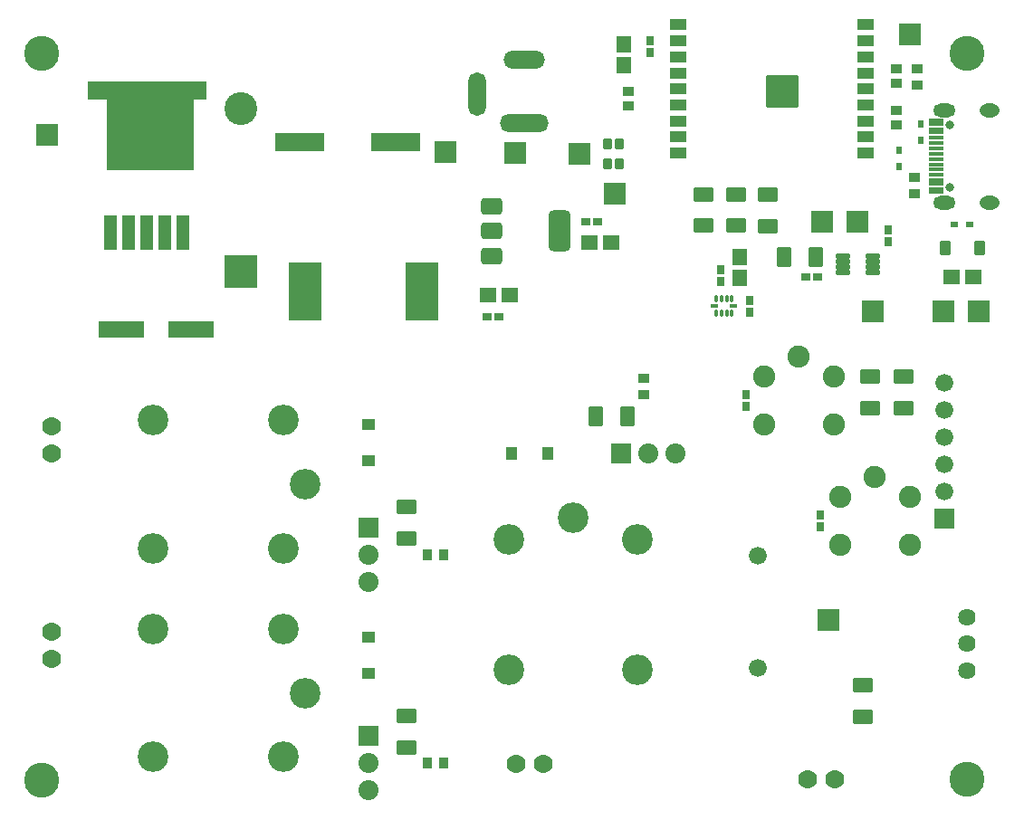
<source format=gbr>
%TF.GenerationSoftware,KiCad,Pcbnew,9.0.1*%
%TF.CreationDate,2025-04-28T19:38:50-07:00*%
%TF.ProjectId,rev0A,72657630-412e-46b6-9963-61645f706362,rev?*%
%TF.SameCoordinates,Original*%
%TF.FileFunction,Soldermask,Top*%
%TF.FilePolarity,Negative*%
%FSLAX46Y46*%
G04 Gerber Fmt 4.6, Leading zero omitted, Abs format (unit mm)*
G04 Created by KiCad (PCBNEW 9.0.1) date 2025-04-28 19:38:50*
%MOMM*%
%LPD*%
G01*
G04 APERTURE LIST*
G04 Aperture macros list*
%AMRoundRect*
0 Rectangle with rounded corners*
0 $1 Rounding radius*
0 $2 $3 $4 $5 $6 $7 $8 $9 X,Y pos of 4 corners*
0 Add a 4 corners polygon primitive as box body*
4,1,4,$2,$3,$4,$5,$6,$7,$8,$9,$2,$3,0*
0 Add four circle primitives for the rounded corners*
1,1,$1+$1,$2,$3*
1,1,$1+$1,$4,$5*
1,1,$1+$1,$6,$7*
1,1,$1+$1,$8,$9*
0 Add four rect primitives between the rounded corners*
20,1,$1+$1,$2,$3,$4,$5,0*
20,1,$1+$1,$4,$5,$6,$7,0*
20,1,$1+$1,$6,$7,$8,$9,0*
20,1,$1+$1,$8,$9,$2,$3,0*%
%AMFreePoly0*
4,1,39,4.084542,5.865107,4.119897,5.850462,4.140462,5.829897,4.155107,5.794542,4.158000,5.780000,4.158000,-5.140000,4.155107,-5.154542,4.140462,-5.189897,4.119897,-5.210462,4.084542,-5.225107,4.070000,-5.228000,2.540000,-5.228000,2.525458,-5.225107,2.490103,-5.210462,2.469538,-5.189897,2.454893,-5.154542,2.452000,-5.140000,2.452000,-4.088000,-4.060000,-4.088000,-4.074542,-4.085107,
-4.109897,-4.070462,-4.130462,-4.049897,-4.145107,-4.014542,-4.148000,-4.000000,-4.148000,4.000000,-4.145107,4.014542,-4.130462,4.049897,-4.109897,4.070462,-4.074542,4.085107,-4.060000,4.088000,2.452000,4.088000,2.452000,5.780000,2.454893,5.794542,2.469538,5.829897,2.490103,5.850462,2.525458,5.865107,2.540000,5.868000,4.070000,5.868000,4.084542,5.865107,4.084542,5.865107,
$1*%
G04 Aperture macros list end*
%ADD10RoundRect,0.038000X-1.000000X-1.000000X1.000000X-1.000000X1.000000X1.000000X-1.000000X1.000000X0*%
%ADD11RoundRect,0.038000X-0.605000X-0.850000X0.605000X-0.850000X0.605000X0.850000X-0.605000X0.850000X0*%
%ADD12C,1.776000*%
%ADD13RoundRect,0.038000X-0.270000X0.395000X-0.270000X-0.395000X0.270000X-0.395000X0.270000X0.395000X0*%
%ADD14RoundRect,0.038000X-0.900000X-0.900000X0.900000X-0.900000X0.900000X0.900000X-0.900000X0.900000X0*%
%ADD15C,1.876000*%
%ADD16RoundRect,0.038000X-0.430000X0.405000X-0.430000X-0.405000X0.430000X-0.405000X0.430000X0.405000X0*%
%ADD17C,2.076000*%
%ADD18RoundRect,0.038000X-0.455000X-0.610000X0.455000X-0.610000X0.455000X0.610000X-0.455000X0.610000X0*%
%ADD19C,1.626000*%
%ADD20RoundRect,0.038000X-1.450000X-2.700000X1.450000X-2.700000X1.450000X2.700000X-1.450000X2.700000X0*%
%ADD21RoundRect,0.038000X0.675000X-0.705000X0.675000X0.705000X-0.675000X0.705000X-0.675000X-0.705000X0*%
%ADD22RoundRect,0.038000X0.270000X-0.395000X0.270000X0.395000X-0.270000X0.395000X-0.270000X-0.395000X0*%
%ADD23RoundRect,0.038000X-0.125000X-0.290000X0.125000X-0.290000X0.125000X0.290000X-0.125000X0.290000X0*%
%ADD24RoundRect,0.038000X0.315000X-0.150000X0.315000X0.150000X-0.315000X0.150000X-0.315000X-0.150000X0*%
%ADD25RoundRect,0.038000X0.450000X-0.400000X0.450000X0.400000X-0.450000X0.400000X-0.450000X-0.400000X0*%
%ADD26RoundRect,0.038000X-0.850000X0.605000X-0.850000X-0.605000X0.850000X-0.605000X0.850000X0.605000X0*%
%ADD27C,1.676000*%
%ADD28RoundRect,0.038000X-0.750000X-0.450000X0.750000X-0.450000X0.750000X0.450000X-0.750000X0.450000X0*%
%ADD29C,0.676000*%
%ADD30RoundRect,0.038000X-1.450000X-1.450000X1.450000X-1.450000X1.450000X1.450000X-1.450000X1.450000X0*%
%ADD31RoundRect,0.106500X0.556500X0.106500X-0.556500X0.106500X-0.556500X-0.106500X0.556500X-0.106500X0*%
%ADD32C,3.276000*%
%ADD33RoundRect,0.038000X-1.000000X1.000000X-1.000000X-1.000000X1.000000X-1.000000X1.000000X1.000000X0*%
%ADD34RoundRect,0.038000X-0.200000X0.300000X-0.200000X-0.300000X0.200000X-0.300000X0.200000X0.300000X0*%
%ADD35RoundRect,0.038000X0.200000X-0.300000X0.200000X0.300000X-0.200000X0.300000X-0.200000X-0.300000X0*%
%ADD36RoundRect,0.038000X0.900000X-0.900000X0.900000X0.900000X-0.900000X0.900000X-0.900000X-0.900000X0*%
%ADD37C,2.866000*%
%ADD38O,2.866000X2.866000*%
%ADD39RoundRect,0.038000X-0.395000X-0.270000X0.395000X-0.270000X0.395000X0.270000X-0.395000X0.270000X0*%
%ADD40RoundRect,0.038000X0.850000X-0.605000X0.850000X0.605000X-0.850000X0.605000X-0.850000X-0.605000X0*%
%ADD41RoundRect,0.038000X0.575000X-1.600000X0.575000X1.600000X-0.575000X1.600000X-0.575000X-1.600000X0*%
%ADD42FreePoly0,90.000000*%
%ADD43C,0.826000*%
%ADD44RoundRect,0.038000X0.650000X-0.150000X0.650000X0.150000X-0.650000X0.150000X-0.650000X-0.150000X0*%
%ADD45O,2.076000X1.276000*%
%ADD46O,1.876000X1.276000*%
%ADD47RoundRect,0.038000X-0.300000X-0.200000X0.300000X-0.200000X0.300000X0.200000X-0.300000X0.200000X0*%
%ADD48RoundRect,0.038000X0.300000X0.200000X-0.300000X0.200000X-0.300000X-0.200000X0.300000X-0.200000X0*%
%ADD49RoundRect,0.038000X-0.575000X0.475000X-0.575000X-0.475000X0.575000X-0.475000X0.575000X0.475000X0*%
%ADD50RoundRect,0.038000X-0.705000X-0.675000X0.705000X-0.675000X0.705000X0.675000X-0.705000X0.675000X0*%
%ADD51RoundRect,0.038000X0.405000X0.430000X-0.405000X0.430000X-0.405000X-0.430000X0.405000X-0.430000X0*%
%ADD52RoundRect,0.038000X2.250000X0.825000X-2.250000X0.825000X-2.250000X-0.825000X2.250000X-0.825000X0*%
%ADD53RoundRect,0.038000X0.430000X-0.405000X0.430000X0.405000X-0.430000X0.405000X-0.430000X-0.405000X0*%
%ADD54RoundRect,0.038000X0.350000X-0.450000X0.350000X0.450000X-0.350000X0.450000X-0.350000X-0.450000X0*%
%ADD55RoundRect,0.038000X0.395000X0.270000X-0.395000X0.270000X-0.395000X-0.270000X0.395000X-0.270000X0*%
%ADD56RoundRect,0.038000X-2.100000X-0.700000X2.100000X-0.700000X2.100000X0.700000X-2.100000X0.700000X0*%
%ADD57RoundRect,0.038000X0.605000X0.850000X-0.605000X0.850000X-0.605000X-0.850000X0.605000X-0.850000X0*%
%ADD58O,4.576000X1.676000*%
%ADD59O,3.876000X1.676000*%
%ADD60O,1.676000X4.076000*%
%ADD61RoundRect,0.394000X-0.644000X-0.394000X0.644000X-0.394000X0.644000X0.394000X-0.644000X0.394000X0*%
%ADD62RoundRect,0.519000X-0.519000X-1.419000X0.519000X-1.419000X0.519000X1.419000X-0.519000X1.419000X0*%
%ADD63RoundRect,0.038000X1.000000X-1.000000X1.000000X1.000000X-1.000000X1.000000X-1.000000X-1.000000X0*%
%ADD64RoundRect,0.038000X-0.475000X-0.575000X0.475000X-0.575000X0.475000X0.575000X-0.475000X0.575000X0*%
%ADD65RoundRect,0.038000X-1.500000X1.500000X-1.500000X-1.500000X1.500000X-1.500000X1.500000X1.500000X0*%
%ADD66C,3.076000*%
%ADD67RoundRect,0.038000X-0.450000X0.400000X-0.450000X-0.400000X0.450000X-0.400000X0.450000X0.400000X0*%
G04 APERTURE END LIST*
D10*
%TO.C,GPIO21*%
X193080000Y-89100000D03*
%TD*%
D11*
%TO.C,R6*%
X178165000Y-84000000D03*
X181125000Y-84000000D03*
%TD*%
D12*
%TO.C,J3*%
X153140000Y-131472500D03*
X155680000Y-131472500D03*
%TD*%
D10*
%TO.C,TP4*%
X159080000Y-74400000D03*
%TD*%
D13*
%TO.C,C21*%
X187980000Y-81450000D03*
X187980000Y-82550000D03*
%TD*%
D14*
%TO.C,Q1*%
X139380000Y-109340000D03*
D15*
X139380000Y-111880000D03*
X139380000Y-114420000D03*
%TD*%
D16*
%TO.C,R3*%
X190380000Y-76600000D03*
X190380000Y-78100000D03*
%TD*%
D17*
%TO.C,SW2*%
X182830000Y-99670000D03*
X176330000Y-99670000D03*
X182830000Y-95180000D03*
X176330000Y-95180000D03*
X179580000Y-93320000D03*
%TD*%
D18*
%TO.C,D2*%
X193240000Y-83200000D03*
X196520000Y-83200000D03*
%TD*%
D19*
%TO.C,J4*%
X195280000Y-122700000D03*
X195280000Y-120200000D03*
X195280000Y-117700000D03*
%TD*%
D13*
%TO.C,C12*%
X181630000Y-108180000D03*
X181630000Y-109280000D03*
%TD*%
D10*
%TO.C,GPIO8*%
X162380000Y-78100000D03*
%TD*%
D20*
%TO.C,L1*%
X133450000Y-87250000D03*
X144350000Y-87250000D03*
%TD*%
D21*
%TO.C,C7*%
X163180000Y-66100000D03*
X163180000Y-64100000D03*
%TD*%
D22*
%TO.C,C20*%
X174980000Y-89200000D03*
X174980000Y-88100000D03*
%TD*%
D23*
%TO.C,U1*%
X171830000Y-89250000D03*
X172330000Y-89250000D03*
X172830000Y-89250000D03*
X173330000Y-89250000D03*
D24*
X173480000Y-88600000D03*
D23*
X173330000Y-87950000D03*
X172830000Y-87950000D03*
X172330000Y-87950000D03*
X171830000Y-87950000D03*
D24*
X171680000Y-88600000D03*
%TD*%
D25*
%TO.C,C10*%
X188680000Y-67800000D03*
X188680000Y-66400000D03*
%TD*%
D26*
%TO.C,R14*%
X176680000Y-78200000D03*
X176680000Y-81160000D03*
%TD*%
D27*
%TO.C,R5*%
X175780000Y-122450000D03*
X175780000Y-111950000D03*
%TD*%
D28*
%TO.C,IC1*%
X168330000Y-62300000D03*
X168330000Y-63800000D03*
X168330000Y-65300000D03*
X168330000Y-66800000D03*
X168330000Y-68300000D03*
X168330000Y-69800000D03*
X168330000Y-71300000D03*
X168330000Y-72800000D03*
X168330000Y-74300000D03*
X185830000Y-74300000D03*
X185830000Y-72800000D03*
X185830000Y-71300000D03*
X185830000Y-69800000D03*
X185830000Y-68300000D03*
X185830000Y-66800000D03*
X185830000Y-65300000D03*
X185830000Y-63800000D03*
X185830000Y-62300000D03*
D29*
X176940000Y-67950000D03*
X176940000Y-69050000D03*
X177490000Y-67400000D03*
X177490000Y-68500000D03*
X177490000Y-69600000D03*
X178040000Y-67950000D03*
D30*
X178040000Y-68500000D03*
D29*
X178040000Y-69050000D03*
X178590000Y-67400000D03*
X178590000Y-68500000D03*
X178590000Y-69600000D03*
X179140000Y-67950000D03*
X179140000Y-69050000D03*
%TD*%
D31*
%TO.C,IC2*%
X186480000Y-85450000D03*
X186480000Y-84950000D03*
X186480000Y-84450000D03*
X186480000Y-83950000D03*
X183680000Y-83950000D03*
X183680000Y-84450000D03*
X183680000Y-84950000D03*
X183680000Y-85450000D03*
%TD*%
D32*
%TO.C,REF\u002A\u002A*%
X108800000Y-133000000D03*
%TD*%
D33*
%TO.C,TP13*%
X186465000Y-89100000D03*
%TD*%
D34*
%TO.C,D5*%
X190980000Y-71600000D03*
D35*
X190980000Y-73100000D03*
%TD*%
D36*
%TO.C,Q3*%
X162980000Y-102400000D03*
D15*
X165520000Y-102400000D03*
X168060000Y-102400000D03*
%TD*%
D32*
%TO.C,REF\u002A\u002A*%
X108800000Y-65000000D03*
%TD*%
D37*
%TO.C,K2*%
X131380000Y-118800000D03*
D38*
X131380000Y-130800000D03*
D37*
X133380000Y-124800000D03*
X119180000Y-130800000D03*
X119180000Y-118800000D03*
%TD*%
D10*
%TO.C,TP9*%
X182380000Y-118000000D03*
%TD*%
D14*
%TO.C,Q2*%
X139380000Y-128840000D03*
D15*
X139380000Y-131380000D03*
X139380000Y-133920000D03*
%TD*%
D10*
%TO.C,TP2*%
X109280000Y-72600000D03*
%TD*%
D26*
%TO.C,R2*%
X189380000Y-95240000D03*
X189380000Y-98200000D03*
%TD*%
D22*
%TO.C,C18*%
X172280000Y-86300000D03*
X172280000Y-85200000D03*
%TD*%
D39*
%TO.C,C6*%
X159630000Y-80700000D03*
X160730000Y-80700000D03*
%TD*%
D40*
%TO.C,R10*%
X142880000Y-129880000D03*
X142880000Y-126920000D03*
%TD*%
D41*
%TO.C,VREG1*%
X115180000Y-81770000D03*
X116880000Y-81770000D03*
X118580000Y-81770000D03*
X120280000Y-81770000D03*
X121980000Y-81770000D03*
D42*
X118900000Y-71750000D03*
%TD*%
D32*
%TO.C,REF\u002A\u002A*%
X195300000Y-65000000D03*
%TD*%
D10*
%TO.C,TP1*%
X153080000Y-74300000D03*
%TD*%
D43*
%TO.C,USBC1*%
X193717500Y-77500000D03*
X193717500Y-71700000D03*
D44*
X192457500Y-77950000D03*
X192457500Y-77150000D03*
X192457500Y-75850000D03*
X192457500Y-74850000D03*
X192457500Y-74350000D03*
X192457500Y-73350000D03*
X192457500Y-72050000D03*
X192457500Y-71250000D03*
X192457500Y-71550000D03*
X192457500Y-72350000D03*
X192457500Y-72850000D03*
X192457500Y-73850000D03*
X192457500Y-75350000D03*
X192457500Y-76350000D03*
X192457500Y-76850000D03*
X192457500Y-77650000D03*
D45*
X193217500Y-78930000D03*
X193217500Y-70270000D03*
D46*
X197397500Y-78930000D03*
X197397500Y-70270000D03*
%TD*%
D35*
%TO.C,D4*%
X188980000Y-75550000D03*
D34*
X188980000Y-74050000D03*
%TD*%
D47*
%TO.C,D3*%
X194080000Y-81000000D03*
D48*
X195580000Y-81000000D03*
%TD*%
D49*
%TO.C,D7*%
X139380000Y-119610000D03*
X139380000Y-122990000D03*
%TD*%
D50*
%TO.C,C5*%
X160030000Y-82700000D03*
X162030000Y-82700000D03*
%TD*%
D51*
%TO.C,R7*%
X146380000Y-111880000D03*
X144880000Y-111880000D03*
%TD*%
D36*
%TO.C,J7*%
X193180000Y-108450000D03*
D27*
X193180000Y-105910000D03*
X193180000Y-103370000D03*
X193180000Y-100830000D03*
X193180000Y-98290000D03*
X193180000Y-95750000D03*
%TD*%
D52*
%TO.C,C2*%
X141900000Y-73250000D03*
X132900000Y-73250000D03*
%TD*%
D53*
%TO.C,R4*%
X190680000Y-67900000D03*
X190680000Y-66400000D03*
%TD*%
D17*
%TO.C,SW1*%
X189930000Y-110970000D03*
X183430000Y-110970000D03*
X189930000Y-106480000D03*
X183430000Y-106480000D03*
X186680000Y-104620000D03*
%TD*%
D51*
%TO.C,R9*%
X146380000Y-131380000D03*
X144880000Y-131380000D03*
%TD*%
D10*
%TO.C,GPIO0*%
X189980000Y-63200000D03*
%TD*%
D54*
%TO.C,LED1*%
X161730000Y-75320000D03*
X162830000Y-75320000D03*
X162830000Y-73480000D03*
X161730000Y-73480000D03*
%TD*%
D22*
%TO.C,C8*%
X165680000Y-64900000D03*
X165680000Y-63800000D03*
%TD*%
D55*
%TO.C,C22*%
X181365000Y-85900000D03*
X180265000Y-85900000D03*
%TD*%
D10*
%TO.C,TP3*%
X146580000Y-74200000D03*
%TD*%
D50*
%TO.C,C3*%
X150530000Y-87600000D03*
X152530000Y-87600000D03*
%TD*%
D32*
%TO.C,REF\u002A\u002A*%
X195300000Y-132900000D03*
%TD*%
D40*
%TO.C,R8*%
X142880000Y-110380000D03*
X142880000Y-107420000D03*
%TD*%
D33*
%TO.C,TP11*%
X181765000Y-80700000D03*
%TD*%
D50*
%TO.C,C14*%
X193880000Y-85900000D03*
X195880000Y-85900000D03*
%TD*%
D26*
%TO.C,R15*%
X173680000Y-78140000D03*
X173680000Y-81100000D03*
%TD*%
D56*
%TO.C,C1*%
X116210000Y-90800000D03*
X122750000Y-90800000D03*
%TD*%
D33*
%TO.C,TP12*%
X185080000Y-80700000D03*
%TD*%
D57*
%TO.C,R12*%
X163560000Y-98900000D03*
X160600000Y-98900000D03*
%TD*%
D58*
%TO.C,DC1*%
X153917500Y-71482500D03*
D59*
X153917500Y-65522500D03*
D60*
X149517500Y-68772500D03*
%TD*%
D25*
%TO.C,C9*%
X163680000Y-69900000D03*
X163680000Y-68500000D03*
%TD*%
D49*
%TO.C,D6*%
X139380000Y-99690000D03*
X139380000Y-103070000D03*
%TD*%
D26*
%TO.C,R16*%
X170680000Y-78140000D03*
X170680000Y-81100000D03*
%TD*%
D61*
%TO.C,VREG2*%
X150880000Y-79300000D03*
X150880000Y-81600000D03*
D62*
X157180000Y-81600000D03*
D61*
X150880000Y-83900000D03*
%TD*%
D12*
%TO.C,J5*%
X180440000Y-132900000D03*
X182980000Y-132900000D03*
%TD*%
D26*
%TO.C,R1*%
X186280000Y-95200000D03*
X186280000Y-98160000D03*
%TD*%
D39*
%TO.C,C4*%
X150430000Y-89600000D03*
X151530000Y-89600000D03*
%TD*%
D21*
%TO.C,C17*%
X174080000Y-86000000D03*
X174080000Y-84000000D03*
%TD*%
D13*
%TO.C,C13*%
X174630000Y-96870000D03*
X174630000Y-97970000D03*
%TD*%
D63*
%TO.C,TP8*%
X196380000Y-89100000D03*
%TD*%
D64*
%TO.C,D8*%
X152690000Y-102400000D03*
X156070000Y-102400000D03*
%TD*%
D16*
%TO.C,R11*%
X165060000Y-95400000D03*
X165060000Y-96900000D03*
%TD*%
D12*
%TO.C,J1*%
X109680000Y-99830000D03*
X109680000Y-102370000D03*
%TD*%
D37*
%TO.C,K3*%
X152480000Y-110400000D03*
D38*
X164480000Y-110400000D03*
D37*
X158480000Y-108400000D03*
X164480000Y-122600000D03*
X152480000Y-122600000D03*
%TD*%
D26*
%TO.C,R13*%
X185580000Y-124040000D03*
X185580000Y-127000000D03*
%TD*%
D65*
%TO.C,D1*%
X127400000Y-85370000D03*
D66*
X127400000Y-70130000D03*
%TD*%
D37*
%TO.C,K1*%
X131380000Y-99300000D03*
D38*
X131380000Y-111300000D03*
D37*
X133380000Y-105300000D03*
X119180000Y-111300000D03*
X119180000Y-99300000D03*
%TD*%
D12*
%TO.C,J2*%
X109680000Y-119100000D03*
X109680000Y-121640000D03*
%TD*%
D67*
%TO.C,C11*%
X188680000Y-70300000D03*
X188680000Y-71700000D03*
%TD*%
M02*

</source>
